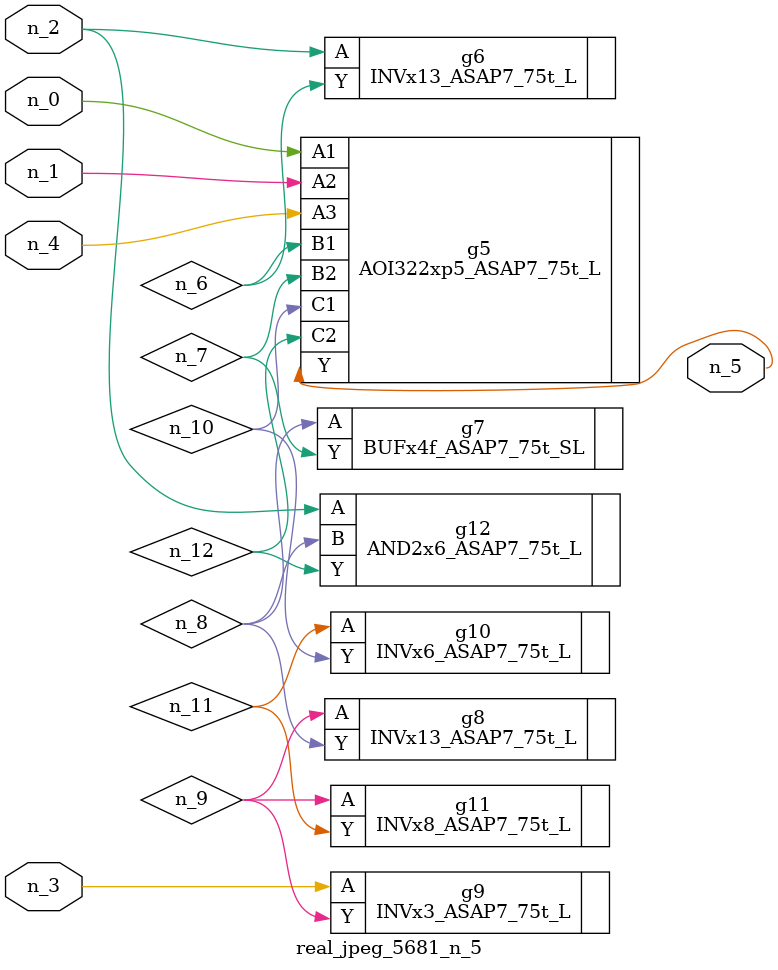
<source format=v>
module real_jpeg_5681_n_5 (n_4, n_0, n_1, n_2, n_3, n_5);

input n_4;
input n_0;
input n_1;
input n_2;
input n_3;

output n_5;

wire n_12;
wire n_8;
wire n_11;
wire n_6;
wire n_7;
wire n_10;
wire n_9;

AOI322xp5_ASAP7_75t_L g5 ( 
.A1(n_0),
.A2(n_1),
.A3(n_4),
.B1(n_6),
.B2(n_7),
.C1(n_10),
.C2(n_12),
.Y(n_5)
);

INVx13_ASAP7_75t_L g6 ( 
.A(n_2),
.Y(n_6)
);

AND2x6_ASAP7_75t_L g12 ( 
.A(n_2),
.B(n_8),
.Y(n_12)
);

INVx3_ASAP7_75t_L g9 ( 
.A(n_3),
.Y(n_9)
);

BUFx4f_ASAP7_75t_SL g7 ( 
.A(n_8),
.Y(n_7)
);

INVx13_ASAP7_75t_L g8 ( 
.A(n_9),
.Y(n_8)
);

INVx8_ASAP7_75t_L g11 ( 
.A(n_9),
.Y(n_11)
);

INVx6_ASAP7_75t_L g10 ( 
.A(n_11),
.Y(n_10)
);


endmodule
</source>
